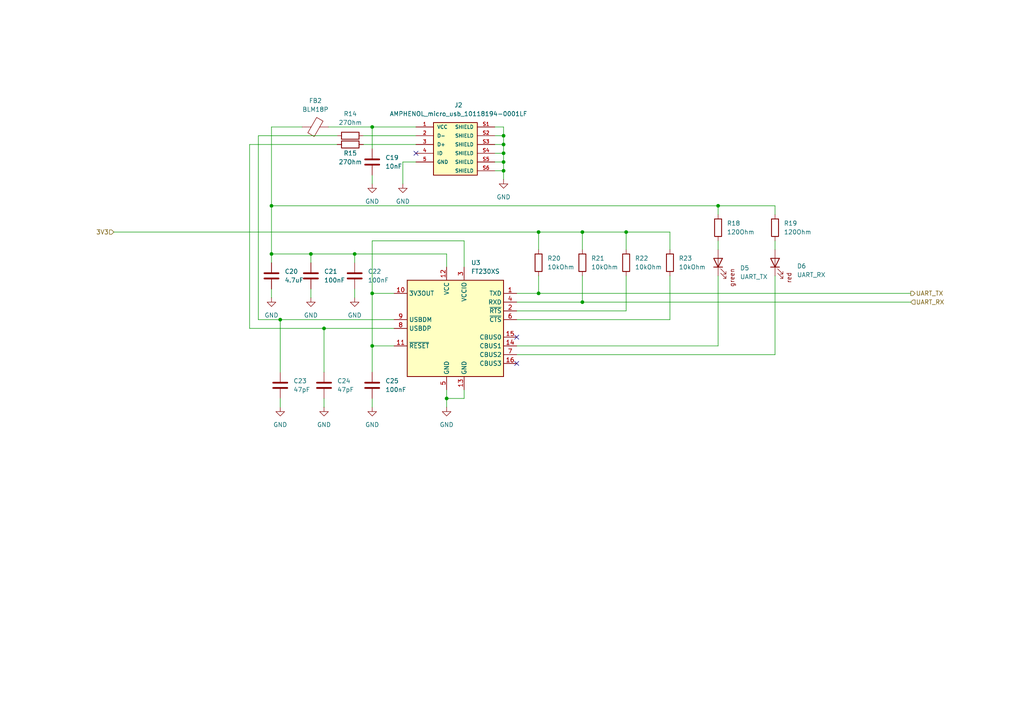
<source format=kicad_sch>
(kicad_sch (version 20231120) (generator "eeschema") (generator_version "8.0")
  (paper "A4")
  (lib_symbols
    (symbol "benediktibk:AMPHENOL_micro_usb_10118194-0001LF" (pin_names (offset 1.016))
      (property "Reference" "J" (at -5.08 10.668 0))
      (property "Value" "AMPHENOL_micro_usb_10118194-0001LF" (at -6.35 -8.89 0))
      (symbol "AMPHENOL_micro_usb_10118194-0001LF_0_0"
        (rectangle (start -6.35 10.16) (end 6.35 -5.08) (stroke (width 0.254)) (fill (type background)))
        (pin passive line (at -11.43 8.89 0) (length 5.08) (name "VCC") (number "1"))
        (pin passive line (at -11.43 6.35 0) (length 5.08) (name "D-") (number "2"))
        (pin passive line (at -11.43 3.81 0) (length 5.08) (name "D+") (number "3"))
        (pin passive line (at -11.43 1.27 0) (length 5.08) (name "ID") (number "4"))
        (pin passive line (at -11.43 -1.27 0) (length 5.08) (name "GND") (number "5"))
        (pin passive line (at 11.43 8.89 180) (length 5.08) (name "SHIELD") (number "S1"))
        (pin passive line (at 11.43 6.35 180) (length 5.08) (name "SHIELD") (number "S2"))
        (pin passive line (at 11.43 3.81 180) (length 5.08) (name "SHIELD") (number "S3"))
        (pin passive line (at 11.43 1.27 180) (length 5.08) (name "SHIELD") (number "S4"))
        (pin passive line (at 11.43 -1.27 180) (length 5.08) (name "SHIELD") (number "S5"))
        (pin passive line (at 11.43 -3.81 180) (length 5.08) (name "SHIELD") (number "S6"))
      )
    )
    (symbol "benediktibk:BLM18P" (pin_numbers hide) (pin_names (offset 0))
      (property "Reference" "FB" (at -3.81 0.635 90))
      (property "Value" "BLM18P" (at 3.81 0 90))
      (symbol "BLM18P_0_1"
        (polyline (pts (xy 0 -1.27) (xy 0 -1.2192)))
        (polyline (pts (xy 0 1.27) (xy 0 1.2954)))
        (polyline (pts (xy -2.7686 0.4064) (xy -1.7018 2.2606) (xy 2.7686 -0.3048) (xy 1.6764 -2.159) (xy -2.7686 0.4064)))
      )
      (symbol "BLM18P_1_1"
        (pin passive line (at 0 3.81 270) (length 2.54) (name "~") (number "1"))
        (pin passive line (at 0 -3.81 90) (length 2.54) (name "~") (number "2"))
      )
    )
    (symbol "benediktibk:C_100nF_SMD_0603_50V" (pin_numbers hide) (pin_names (offset 0.254))
      (property "Reference" "C" (at 0.635 2.54 0))
      (property "Value" "C_100nF_SMD_0603_50V" (at 0.635 -2.54 0))
      (symbol "C_100nF_SMD_0603_50V_0_1"
        (polyline (pts (xy -2.032 -0.762) (xy 2.032 -0.762)) (stroke (width 0.508)))
        (polyline (pts (xy -2.032 0.762) (xy 2.032 0.762)) (stroke (width 0.508)))
      )
      (symbol "C_100nF_SMD_0603_50V_1_1"
        (pin passive line (at 0 3.81 270) (length 2.794) (name "~") (number "1"))
        (pin passive line (at 0 -3.81 90) (length 2.794) (name "~") (number "2"))
      )
    )
    (symbol "benediktibk:C_10nF_SMD_0603_50V_20%" (pin_numbers hide) (pin_names (offset 0.254))
      (property "Reference" "C" (at 0.635 2.54 0))
      (property "Value" "C_10nF_SMD_0603_50V_20%" (at 0.635 -2.54 0))
      (symbol "C_10nF_SMD_0603_50V_20%_0_1"
        (polyline (pts (xy -2.032 -0.762) (xy 2.032 -0.762)) (stroke (width 0.508)))
        (polyline (pts (xy -2.032 0.762) (xy 2.032 0.762)) (stroke (width 0.508)))
      )
      (symbol "C_10nF_SMD_0603_50V_20%_1_1"
        (pin passive line (at 0 3.81 270) (length 2.794) (name "~") (number "1"))
        (pin passive line (at 0 -3.81 90) (length 2.794) (name "~") (number "2"))
      )
    )
    (symbol "benediktibk:C_47pF_SMD_0603_100V_5%" (pin_numbers hide) (pin_names (offset 0.254))
      (property "Reference" "C" (at 0.635 2.54 0))
      (property "Value" "C_47pF_SMD_0603_100V_5%" (at 0.635 -2.54 0))
      (symbol "C_47pF_SMD_0603_100V_5%_0_1"
        (polyline (pts (xy -2.032 -0.762) (xy 2.032 -0.762)) (stroke (width 0.508)))
        (polyline (pts (xy -2.032 0.762) (xy 2.032 0.762)) (stroke (width 0.508)))
      )
      (symbol "C_47pF_SMD_0603_100V_5%_1_1"
        (pin passive line (at 0 3.81 270) (length 2.794) (name "~") (number "1"))
        (pin passive line (at 0 -3.81 90) (length 2.794) (name "~") (number "2"))
      )
    )
    (symbol "benediktibk:C_4_7uF_SMD_0805_50V_10%" (pin_numbers hide) (pin_names (offset 0.254))
      (property "Reference" "C" (at 0.635 2.54 0))
      (property "Value" "C_4_7uF_SMD_0805_50V_10%" (at 0.635 -2.54 0))
      (symbol "C_4_7uF_SMD_0805_50V_10%_0_1"
        (polyline (pts (xy -2.032 -0.762) (xy 2.032 -0.762)) (stroke (width 0.508)))
        (polyline (pts (xy -2.032 0.762) (xy 2.032 0.762)) (stroke (width 0.508)))
      )
      (symbol "C_4_7uF_SMD_0805_50V_10%_1_1"
        (pin passive line (at 0 3.81 270) (length 2.794) (name "~") (number "1"))
        (pin passive line (at 0 -3.81 90) (length 2.794) (name "~") (number "2"))
      )
    )
    (symbol "benediktibk:FT230XS"
      (property "Reference" "U" (at -13.97 15.24 0))
      (property "Value" "FT230XS" (at 7.62 15.24 0))
      (symbol "FT230XS_0_1"
        (rectangle (start -13.97 13.97) (end 13.97 -13.97) (stroke (width 0.254)) (fill (type background)))
      )
      (symbol "FT230XS_1_1"
        (pin output line (at 17.78 10.16 180) (length 3.81) (name "TXD") (number "1"))
        (pin power_out line (at -17.78 10.16 0) (length 3.81) (name "3V3OUT") (number "10"))
        (pin input line (at -17.78 -5.08 0) (length 3.81) (name "~{RESET}") (number "11"))
        (pin power_in line (at -2.54 17.78 270) (length 3.81) (name "VCC") (number "12"))
        (pin power_in line (at 2.54 -17.78 90) (length 3.81) (name "GND") (number "13"))
        (pin bidirectional line (at 17.78 -5.08 180) (length 3.81) (name "CBUS1") (number "14"))
        (pin bidirectional line (at 17.78 -2.54 180) (length 3.81) (name "CBUS0") (number "15"))
        (pin bidirectional line (at 17.78 -10.16 180) (length 3.81) (name "CBUS3") (number "16"))
        (pin output line (at 17.78 5.08 180) (length 3.81) (name "~{RTS}") (number "2"))
        (pin power_in line (at 2.54 17.78 270) (length 3.81) (name "VCCIO") (number "3"))
        (pin input line (at 17.78 7.62 180) (length 3.81) (name "RXD") (number "4"))
        (pin power_in line (at -2.54 -17.78 90) (length 3.81) (name "GND") (number "5"))
        (pin input line (at 17.78 2.54 180) (length 3.81) (name "~{CTS}") (number "6"))
        (pin bidirectional line (at 17.78 -7.62 180) (length 3.81) (name "CBUS2") (number "7"))
        (pin bidirectional line (at -17.78 0 0) (length 3.81) (name "USBDP") (number "8"))
        (pin bidirectional line (at -17.78 2.54 0) (length 3.81) (name "USBDM") (number "9"))
      )
    )
    (symbol "benediktibk:LED_green_0603" (pin_numbers hide) (pin_names (offset 1.016) hide)
      (property "Reference" "D" (at 0 2.54 0))
      (property "Value" "LED_green_0603" (at 0 -2.54 0))
      (symbol "LED_green_0603_0_0"
        (text "green" (at -4.318 -4.064 0) (effects (font (size 1.27 1.27))))
      )
      (symbol "LED_green_0603_0_1"
        (polyline (pts (xy -1.27 -1.27) (xy -1.27 1.27)) (stroke (width 0.254)))
        (polyline (pts (xy -1.27 0) (xy 1.27 0)))
        (polyline (pts (xy 1.27 -1.27) (xy 1.27 1.27) (xy -1.27 0) (xy 1.27 -1.27)) (stroke (width 0.254)))
        (polyline (pts (xy -3.048 -0.762) (xy -4.572 -2.286) (xy -3.81 -2.286) (xy -4.572 -2.286) (xy -4.572 -1.524)))
        (polyline (pts (xy -1.778 -0.762) (xy -3.302 -2.286) (xy -2.54 -2.286) (xy -3.302 -2.286) (xy -3.302 -1.524)))
      )
      (symbol "LED_green_0603_1_1"
        (pin passive line (at -3.81 0 0) (length 2.54) (name "K") (number "1"))
        (pin passive line (at 3.81 0 180) (length 2.54) (name "A") (number "2"))
      )
    )
    (symbol "benediktibk:LED_red_0603" (pin_numbers hide) (pin_names (offset 1.016) hide)
      (property "Reference" "D" (at 0 2.54 0))
      (property "Value" "LED_red_0603" (at 0 -2.54 0))
      (symbol "LED_red_0603_0_0"
        (text "red" (at -4.318 -4.064 0) (effects (font (size 1.27 1.27))))
      )
      (symbol "LED_red_0603_0_1"
        (polyline (pts (xy -1.27 -1.27) (xy -1.27 1.27)) (stroke (width 0.254)))
        (polyline (pts (xy -1.27 0) (xy 1.27 0)))
        (polyline (pts (xy 1.27 -1.27) (xy 1.27 1.27) (xy -1.27 0) (xy 1.27 -1.27)) (stroke (width 0.254)))
        (polyline (pts (xy -3.048 -0.762) (xy -4.572 -2.286) (xy -3.81 -2.286) (xy -4.572 -2.286) (xy -4.572 -1.524)))
        (polyline (pts (xy -1.778 -0.762) (xy -3.302 -2.286) (xy -2.54 -2.286) (xy -3.302 -2.286) (xy -3.302 -1.524)))
      )
      (symbol "LED_red_0603_1_1"
        (pin passive line (at -3.81 0 0) (length 2.54) (name "K") (number "1"))
        (pin passive line (at 3.81 0 180) (length 2.54) (name "A") (number "2"))
      )
    )
    (symbol "benediktibk:R_10kOhm_SMD_0603_100mW_1%" (pin_numbers hide) (pin_names (offset 0))
      (property "Reference" "R" (at 2.032 0 90))
      (property "Value" "R_10kOhm_SMD_0603_100mW_1%" (at -5.588 -1.016 90))
      (symbol "R_10kOhm_SMD_0603_100mW_1%_0_1"
        (rectangle (start -1.016 -2.54) (end 1.016 2.54) (stroke (width 0.254)))
      )
      (symbol "R_10kOhm_SMD_0603_100mW_1%_1_1"
        (pin passive line (at 0 3.81 270) (length 1.27) (name "~") (number "1"))
        (pin passive line (at 0 -3.81 90) (length 1.27) (name "~") (number "2"))
      )
    )
    (symbol "benediktibk:R_120Ohm_SMD_0603_100mW_1%" (pin_numbers hide) (pin_names (offset 0))
      (property "Reference" "R" (at 2.032 0 90))
      (property "Value" "R_120Ohm_SMD_0603_100mW_1%" (at -5.588 -1.016 90))
      (symbol "R_120Ohm_SMD_0603_100mW_1%_0_1"
        (rectangle (start -1.016 -2.54) (end 1.016 2.54) (stroke (width 0.254)))
      )
      (symbol "R_120Ohm_SMD_0603_100mW_1%_1_1"
        (pin passive line (at 0 3.81 270) (length 1.27) (name "~") (number "1"))
        (pin passive line (at 0 -3.81 90) (length 1.27) (name "~") (number "2"))
      )
    )
    (symbol "benediktibk:R_27Ohm_SMD_0603_100mW_1%" (pin_numbers hide) (pin_names (offset 0))
      (property "Reference" "R" (at 2.032 0 90))
      (property "Value" "R_27Ohm_SMD_0603_100mW_1%" (at -5.588 -1.016 90))
      (symbol "R_27Ohm_SMD_0603_100mW_1%_0_1"
        (rectangle (start -1.016 -2.54) (end 1.016 2.54) (stroke (width 0.254)))
      )
      (symbol "R_27Ohm_SMD_0603_100mW_1%_1_1"
        (pin passive line (at 0 3.81 270) (length 1.27) (name "~") (number "1"))
        (pin passive line (at 0 -3.81 90) (length 1.27) (name "~") (number "2"))
      )
    )
    (symbol "power:GND" (power) (pin_numbers hide) (pin_names (offset 0) hide)
      (property "Value" "GND" (at 0 -3.81 0))
      (symbol "GND_0_1"
        (polyline (pts (xy 0 0) (xy 0 -1.27) (xy 1.27 -1.27) (xy 0 -2.54) (xy -1.27 -1.27) (xy 0 -1.27)))
      )
      (symbol "GND_1_1"
        (pin power_in line (at 0 0 270) (length 0) (name "~") (number "1"))
      )
    )
  )
  (junction (at 81.28 92.71))
  (junction (at 208.28 59.69))
  (junction (at 146.05 41.91))
  (junction (at 146.05 46.99))
  (junction (at 146.05 44.45))
  (junction (at 156.21 85.09))
  (junction (at 78.74 73.66))
  (junction (at 107.95 100.33))
  (junction (at 93.98 95.25))
  (junction (at 181.61 67.31))
  (junction (at 168.91 67.31))
  (junction (at 129.54 115.57))
  (junction (at 107.95 36.83))
  (junction (at 146.05 39.37))
  (junction (at 156.21 67.31))
  (junction (at 78.74 59.69))
  (junction (at 107.95 85.09))
  (junction (at 168.91 87.63))
  (junction (at 102.87 73.66))
  (junction (at 90.17 73.66))
  (junction (at 146.05 49.53))
  (no_connect (at 149.86 97.79))
  (no_connect (at 149.86 105.41))
  (no_connect (at 120.65 44.45))
  (wire (pts (xy 264.16 87.63) (xy 168.91 87.63)))
  (wire (pts (xy 168.91 72.39) (xy 168.91 67.31)))
  (wire (pts (xy 168.91 67.31) (xy 181.61 67.31)))
  (wire (pts (xy 107.95 36.83) (xy 120.65 36.83)))
  (wire (pts (xy 33.02 67.31) (xy 156.21 67.31)))
  (wire (pts (xy 146.05 52.07) (xy 146.05 49.53)))
  (wire (pts (xy 224.79 102.87) (xy 149.86 102.87)))
  (wire (pts (xy 194.31 80.01) (xy 194.31 92.71)))
  (wire (pts (xy 107.95 36.83) (xy 107.95 43.18)))
  (wire (pts (xy 143.51 46.99) (xy 146.05 46.99)))
  (wire (pts (xy 72.39 95.25) (xy 93.98 95.25)))
  (wire (pts (xy 90.17 73.66) (xy 102.87 73.66)))
  (wire (pts (xy 129.54 73.66) (xy 129.54 77.47)))
  (wire (pts (xy 181.61 90.17) (xy 149.86 90.17)))
  (wire (pts (xy 107.95 50.8) (xy 107.95 53.34)))
  (wire (pts (xy 93.98 115.57) (xy 93.98 118.11)))
  (wire (pts (xy 74.93 92.71) (xy 74.93 39.37)))
  (wire (pts (xy 208.28 59.69) (xy 224.79 59.69)))
  (wire (pts (xy 102.87 73.66) (xy 102.87 76.2)))
  (wire (pts (xy 149.86 85.09) (xy 156.21 85.09)))
  (wire (pts (xy 194.31 92.71) (xy 149.86 92.71)))
  (wire (pts (xy 107.95 115.57) (xy 107.95 118.11)))
  (wire (pts (xy 208.28 59.69) (xy 208.28 62.23)))
  (wire (pts (xy 149.86 87.63) (xy 168.91 87.63)))
  (wire (pts (xy 143.51 49.53) (xy 146.05 49.53)))
  (wire (pts (xy 107.95 85.09) (xy 114.3 85.09)))
  (wire (pts (xy 146.05 41.91) (xy 146.05 39.37)))
  (wire (pts (xy 74.93 39.37) (xy 97.79 39.37)))
  (wire (pts (xy 134.62 77.47) (xy 134.62 69.85)))
  (wire (pts (xy 78.74 36.83) (xy 78.74 59.69)))
  (wire (pts (xy 129.54 115.57) (xy 129.54 118.11)))
  (wire (pts (xy 114.3 92.71) (xy 81.28 92.71)))
  (wire (pts (xy 181.61 67.31) (xy 181.61 72.39)))
  (wire (pts (xy 143.51 44.45) (xy 146.05 44.45)))
  (wire (pts (xy 72.39 41.91) (xy 72.39 95.25)))
  (wire (pts (xy 146.05 39.37) (xy 146.05 36.83)))
  (wire (pts (xy 78.74 36.83) (xy 87.63 36.83)))
  (wire (pts (xy 194.31 67.31) (xy 181.61 67.31)))
  (wire (pts (xy 146.05 36.83) (xy 143.51 36.83)))
  (wire (pts (xy 107.95 85.09) (xy 107.95 100.33)))
  (wire (pts (xy 156.21 80.01) (xy 156.21 85.09)))
  (wire (pts (xy 208.28 80.01) (xy 208.28 100.33)))
  (wire (pts (xy 78.74 59.69) (xy 208.28 59.69)))
  (wire (pts (xy 208.28 69.85) (xy 208.28 72.39)))
  (wire (pts (xy 146.05 46.99) (xy 146.05 44.45)))
  (wire (pts (xy 224.79 69.85) (xy 224.79 72.39)))
  (wire (pts (xy 156.21 72.39) (xy 156.21 67.31)))
  (wire (pts (xy 194.31 72.39) (xy 194.31 67.31)))
  (wire (pts (xy 146.05 49.53) (xy 146.05 46.99)))
  (wire (pts (xy 78.74 73.66) (xy 78.74 76.2)))
  (wire (pts (xy 97.79 41.91) (xy 72.39 41.91)))
  (wire (pts (xy 107.95 100.33) (xy 114.3 100.33)))
  (wire (pts (xy 129.54 115.57) (xy 134.62 115.57)))
  (wire (pts (xy 143.51 41.91) (xy 146.05 41.91)))
  (wire (pts (xy 156.21 67.31) (xy 168.91 67.31)))
  (wire (pts (xy 208.28 100.33) (xy 149.86 100.33)))
  (wire (pts (xy 224.79 80.01) (xy 224.79 102.87)))
  (wire (pts (xy 90.17 83.82) (xy 90.17 86.36)))
  (wire (pts (xy 81.28 92.71) (xy 74.93 92.71)))
  (wire (pts (xy 81.28 115.57) (xy 81.28 118.11)))
  (wire (pts (xy 168.91 80.01) (xy 168.91 87.63)))
  (wire (pts (xy 95.25 36.83) (xy 107.95 36.83)))
  (wire (pts (xy 102.87 73.66) (xy 129.54 73.66)))
  (wire (pts (xy 224.79 62.23) (xy 224.79 59.69)))
  (wire (pts (xy 102.87 83.82) (xy 102.87 86.36)))
  (wire (pts (xy 181.61 80.01) (xy 181.61 90.17)))
  (wire (pts (xy 116.84 46.99) (xy 120.65 46.99)))
  (wire (pts (xy 78.74 73.66) (xy 90.17 73.66)))
  (wire (pts (xy 81.28 92.71) (xy 81.28 107.95)))
  (wire (pts (xy 107.95 100.33) (xy 107.95 107.95)))
  (wire (pts (xy 134.62 113.03) (xy 134.62 115.57)))
  (wire (pts (xy 116.84 53.34) (xy 116.84 46.99)))
  (wire (pts (xy 143.51 39.37) (xy 146.05 39.37)))
  (wire (pts (xy 90.17 73.66) (xy 90.17 76.2)))
  (wire (pts (xy 78.74 83.82) (xy 78.74 86.36)))
  (wire (pts (xy 146.05 44.45) (xy 146.05 41.91)))
  (wire (pts (xy 156.21 85.09) (xy 264.16 85.09)))
  (wire (pts (xy 78.74 59.69) (xy 78.74 73.66)))
  (wire (pts (xy 107.95 69.85) (xy 107.95 85.09)))
  (wire (pts (xy 134.62 69.85) (xy 107.95 69.85)))
  (wire (pts (xy 105.41 41.91) (xy 120.65 41.91)))
  (wire (pts (xy 129.54 113.03) (xy 129.54 115.57)))
  (wire (pts (xy 93.98 107.95) (xy 93.98 95.25)))
  (wire (pts (xy 105.41 39.37) (xy 120.65 39.37)))
  (wire (pts (xy 93.98 95.25) (xy 114.3 95.25)))
  (hierarchical_label "3V3" (shape input) (at 33.02 67.31 180))
  (hierarchical_label "UART_TX" (shape output) (at 264.16 85.09 0))
  (hierarchical_label "UART_RX" (shape input) (at 264.16 87.63 0))
  (symbol (lib_id "benediktibk:BLM18P") (at 91.44 36.83 270) (unit 1)
    (property "Reference" "FB2" (at 91.4908 29.21 90))
    (property "Value" "BLM18P" (at 91.4908 31.75 90))
    (property "Footprint" "benediktibk:R_0603_1608Metric_Pad0.98x0.95mm_HandSolder" (effects (hide yes)))
    (property "Description" "Ferrite bead" (effects (hide yes)))
    (property "RS order number" "724-1403" (effects (hide yes)))
    (property "Mouser Part Number" "81-BLM11P300S" (effects (hide yes)))
  )
  (symbol (lib_id "power:GND") (at 102.87 86.36 0) (unit 1)
    (property "Reference" "#PWR32" (effects (hide yes)))
    (property "Value" "GND" (at 102.87 91.44 0))
    (property "Description" "Power symbol creates a global label with name \"GND\" , ground" (effects (hide yes)))
  )
  (symbol (lib_id "benediktibk:AMPHENOL_micro_usb_10118194-0001LF") (at 132.08 45.72 0) (unit 1)
    (property "Reference" "J2" (at 132.969 30.48 0))
    (property "Value" "AMPHENOL_micro_usb_10118194-0001LF" (at 132.969 33.02 0))
    (property "Footprint" "benediktibk:AMPHENOL_10118194-0001LF" (effects (hide yes)))
    (property "RS order number" "137-0996" (effects (hide yes)))
    (property "Mouser Part Number" "649-10118194-0001LF" (effects (hide yes)))
  )
  (symbol (lib_id "benediktibk:LED_red_0603") (at 224.79 76.2 90) (unit 1)
    (property "Reference" "D6" (at 231.14 77.186 90) (effects (justify right)))
    (property "Value" "UART_RX" (at 231.14 79.726 90) (effects (justify right)))
    (property "Footprint" "benediktibk:D_0603_1608Metric_Pad1.05x0.95mm_HandSolder" (effects (hide yes)))
    (property "Description" "Light emitting diode" (effects (hide yes)))
    (property "RS order number" "861-0090" (effects (hide yes)))
    (property "Mouser Part Number" "859-LTST-C190KDKT10A" (effects (hide yes)))
  )
  (symbol (lib_id "power:GND") (at 107.95 53.34 0) (unit 1)
    (property "Reference" "#PWR28" (effects (hide yes)))
    (property "Value" "GND" (at 107.95 58.42 0))
    (property "Description" "Power symbol creates a global label with name \"GND\" , ground" (effects (hide yes)))
  )
  (symbol (lib_id "benediktibk:FT230XS") (at 132.08 95.25 0) (unit 1)
    (property "Reference" "U3" (at 136.6394 76.2 0) (effects (justify left)))
    (property "Value" "FT230XS" (at 136.6394 78.74 0) (effects (justify left)))
    (property "Footprint" "benediktibk:SSOP-16_3.9x4.9mm_P0.635mm" (effects (hide yes)))
    (property "Datasheet" "https://www.ftdichip.com/Support/Documents/DataSheets/ICs/DS_FT230X.pdf" (effects (hide yes)))
    (property "Description" "Full Speed USB to Basic UART, SSOP-16" (effects (hide yes)))
    (property "RS order number" "757-0010" (effects (hide yes)))
    (property "Mouser Part Number" "895-FT230XS-R" (effects (hide yes)))
  )
  (symbol (lib_id "power:GND") (at 93.98 118.11 0) (unit 1)
    (property "Reference" "#PWR34" (effects (hide yes)))
    (property "Value" "GND" (at 93.98 123.19 0))
    (property "Description" "Power symbol creates a global label with name \"GND\" , ground" (effects (hide yes)))
  )
  (symbol (lib_id "benediktibk:LED_green_0603") (at 208.28 76.2 90) (unit 1)
    (property "Reference" "D5" (at 214.63 77.7454 90) (effects (justify right)))
    (property "Value" "UART_TX" (at 214.63 80.2854 90) (effects (justify right)))
    (property "Footprint" "benediktibk:D_0603_1608Metric_Pad1.05x0.95mm_HandSolder" (effects (hide yes)))
    (property "Description" "Light emitting diode" (effects (hide yes)))
    (property "RS order number" "466-3706" (effects (hide yes)))
    (property "Mouser Part Number" "604-AP1608SGC" (effects (hide yes)))
  )
  (symbol (lib_id "benediktibk:R_27Ohm_SMD_0603_100mW_1%") (at 101.6 41.91 90) (unit 1)
    (property "Reference" "R15" (at 101.6 44.45 90))
    (property "Value" "27Ohm" (at 101.6 46.99 90))
    (property "Footprint" "benediktibk:R_0603_1608Metric_Pad0.98x0.95mm_HandSolder" (effects (hide yes)))
    (property "Description" "Resistor" (effects (hide yes)))
    (property "RS order number" "213-2058" (effects (hide yes)))
    (property "Mouser Part Number" "603-RC0603FR-0727RL" (effects (hide yes)))
  )
  (symbol (lib_id "power:GND") (at 90.17 86.36 0) (unit 1)
    (property "Reference" "#PWR31" (effects (hide yes)))
    (property "Value" "GND" (at 90.17 91.44 0))
    (property "Description" "Power symbol creates a global label with name \"GND\" , ground" (effects (hide yes)))
  )
  (symbol (lib_id "power:GND") (at 146.05 52.07 0) (unit 1)
    (property "Reference" "#PWR27" (effects (hide yes)))
    (property "Value" "GND" (at 146.05 57.15 0))
    (property "Description" "Power symbol creates a global label with name \"GND\" , ground" (effects (hide yes)))
  )
  (symbol (lib_id "benediktibk:R_120Ohm_SMD_0603_100mW_1%") (at 224.79 66.04 0) (unit 1)
    (property "Reference" "R19" (at 227.33 64.7699 0) (effects (justify left)))
    (property "Value" "120Ohm" (at 227.33 67.3099 0) (effects (justify left)))
    (property "Footprint" "benediktibk:R_0603_1608Metric_Pad0.98x0.95mm_HandSolder" (effects (hide yes)))
    (property "Description" "Resistor" (effects (hide yes)))
    (property "RS order number" "199-5452" (effects (hide yes)))
    (property "Mouser Part Number" "603-RC0603FR-07120RL" (effects (hide yes)))
  )
  (symbol (lib_id "benediktibk:R_10kOhm_SMD_0603_100mW_1%") (at 156.21 76.2 0) (unit 1)
    (property "Reference" "R20" (at 158.75 74.9299 0) (effects (justify left)))
    (property "Value" "10kOhm" (at 158.75 77.4699 0) (effects (justify left)))
    (property "Footprint" "benediktibk:R_0603_1608Metric_Pad0.98x0.95mm_HandSolder" (effects (hide yes)))
    (property "Description" "Resistor" (effects (hide yes)))
    (property "RS order number" "125-1173" (effects (hide yes)))
    (property "Mouser Part Number" "652-CR0603FX-1002ELF" (effects (hide yes)))
  )
  (symbol (lib_id "benediktibk:C_47pF_SMD_0603_100V_5%") (at 93.98 111.76 0) (unit 1)
    (property "Reference" "C24" (at 97.79 110.4899 0) (effects (justify left)))
    (property "Value" "47pF" (at 97.79 113.0299 0) (effects (justify left)))
    (property "Footprint" "benediktibk:C_0603_1608Metric_Pad1.08x0.95mm_HandSolder" (effects (hide yes)))
    (property "Description" "Unpolarized capacitor" (effects (hide yes)))
    (property "RS order number" "135-6508" (effects (hide yes)))
    (property "Mouser Part Number" "791-0603N470J101CT" (effects (hide yes)))
  )
  (symbol (lib_id "benediktibk:R_10kOhm_SMD_0603_100mW_1%") (at 168.91 76.2 0) (unit 1)
    (property "Reference" "R21" (at 171.45 74.9299 0) (effects (justify left)))
    (property "Value" "10kOhm" (at 171.45 77.4699 0) (effects (justify left)))
    (property "Footprint" "benediktibk:R_0603_1608Metric_Pad0.98x0.95mm_HandSolder" (effects (hide yes)))
    (property "Description" "Resistor" (effects (hide yes)))
    (property "RS order number" "125-1173" (effects (hide yes)))
    (property "Mouser Part Number" "652-CR0603FX-1002ELF" (effects (hide yes)))
  )
  (symbol (lib_id "benediktibk:C_4_7uF_SMD_0805_50V_10%") (at 78.74 80.01 0) (unit 1)
    (property "Reference" "C20" (at 82.55 78.7399 0) (effects (justify left)))
    (property "Value" "4.7uF" (at 82.55 81.2799 0) (effects (justify left)))
    (property "Footprint" "benediktibk:C_0805_2012Metric_Pad1.18x1.45mm_HandSolder" (effects (hide yes)))
    (property "Description" "Unpolarized capacitor" (effects (hide yes)))
    (property "RS order number" "113-8707" (effects (hide yes)))
    (property "Mouser Part Number" "187-CL21A475KBQNNNE" (effects (hide yes)))
  )
  (symbol (lib_id "benediktibk:R_27Ohm_SMD_0603_100mW_1%") (at 101.6 39.37 90) (unit 1)
    (property "Reference" "R14" (at 101.6 33.02 90))
    (property "Value" "27Ohm" (at 101.6 35.56 90))
    (property "Footprint" "benediktibk:R_0603_1608Metric_Pad0.98x0.95mm_HandSolder" (effects (hide yes)))
    (property "Description" "Resistor" (effects (hide yes)))
    (property "RS order number" "213-2058" (effects (hide yes)))
    (property "Mouser Part Number" "603-RC0603FR-0727RL" (effects (hide yes)))
  )
  (symbol (lib_id "benediktibk:C_47pF_SMD_0603_100V_5%") (at 81.28 111.76 0) (unit 1)
    (property "Reference" "C23" (at 85.09 110.4899 0) (effects (justify left)))
    (property "Value" "47pF" (at 85.09 113.0299 0) (effects (justify left)))
    (property "Footprint" "benediktibk:C_0603_1608Metric_Pad1.08x0.95mm_HandSolder" (effects (hide yes)))
    (property "Description" "Unpolarized capacitor" (effects (hide yes)))
    (property "RS order number" "135-6508" (effects (hide yes)))
    (property "Mouser Part Number" "791-0603N470J101CT" (effects (hide yes)))
  )
  (symbol (lib_id "benediktibk:C_100nF_SMD_0603_50V") (at 90.17 80.01 0) (unit 1)
    (property "Reference" "C21" (at 93.98 78.7399 0) (effects (justify left)))
    (property "Value" "100nF" (at 93.98 81.2799 0) (effects (justify left)))
    (property "Footprint" "benediktibk:C_0603_1608Metric_Pad1.08x0.95mm_HandSolder" (effects (hide yes)))
    (property "Description" "Unpolarized capacitor" (effects (hide yes)))
    (property "RS order number" "242-7372" (effects (hide yes)))
    (property "Mouser Part Number" "581-KGM15BR71H104KM" (effects (hide yes)))
  )
  (symbol (lib_id "power:GND") (at 116.84 53.34 0) (unit 1)
    (property "Reference" "#PWR29" (effects (hide yes)))
    (property "Value" "GND" (at 116.84 58.42 0))
    (property "Description" "Power symbol creates a global label with name \"GND\" , ground" (effects (hide yes)))
  )
  (symbol (lib_id "power:GND") (at 81.28 118.11 0) (unit 1)
    (property "Reference" "#PWR33" (effects (hide yes)))
    (property "Value" "GND" (at 81.28 123.19 0))
    (property "Description" "Power symbol creates a global label with name \"GND\" , ground" (effects (hide yes)))
  )
  (symbol (lib_id "benediktibk:R_10kOhm_SMD_0603_100mW_1%") (at 194.31 76.2 0) (unit 1)
    (property "Reference" "R23" (at 196.85 74.9299 0) (effects (justify left)))
    (property "Value" "10kOhm" (at 196.85 77.4699 0) (effects (justify left)))
    (property "Footprint" "benediktibk:R_0603_1608Metric_Pad0.98x0.95mm_HandSolder" (effects (hide yes)))
    (property "Description" "Resistor" (effects (hide yes)))
    (property "RS order number" "125-1173" (effects (hide yes)))
    (property "Mouser Part Number" "652-CR0603FX-1002ELF" (effects (hide yes)))
  )
  (symbol (lib_id "benediktibk:C_100nF_SMD_0603_50V") (at 102.87 80.01 0) (unit 1)
    (property "Reference" "C22" (at 106.68 78.7399 0) (effects (justify left)))
    (property "Value" "100nF" (at 106.68 81.2799 0) (effects (justify left)))
    (property "Footprint" "benediktibk:C_0603_1608Metric_Pad1.08x0.95mm_HandSolder" (effects (hide yes)))
    (property "Description" "Unpolarized capacitor" (effects (hide yes)))
    (property "RS order number" "242-7372" (effects (hide yes)))
    (property "Mouser Part Number" "581-KGM15BR71H104KM" (effects (hide yes)))
  )
  (symbol (lib_id "power:GND") (at 78.74 86.36 0) (unit 1)
    (property "Reference" "#PWR30" (effects (hide yes)))
    (property "Value" "GND" (at 78.74 91.44 0))
    (property "Description" "Power symbol creates a global label with name \"GND\" , ground" (effects (hide yes)))
  )
  (symbol (lib_id "power:GND") (at 129.54 118.11 0) (unit 1)
    (property "Reference" "#PWR36" (effects (hide yes)))
    (property "Value" "GND" (at 129.54 123.19 0))
    (property "Description" "Power symbol creates a global label with name \"GND\" , ground" (effects (hide yes)))
  )
  (symbol (lib_id "benediktibk:C_10nF_SMD_0603_50V_20%") (at 107.95 46.99 0) (unit 1)
    (property "Reference" "C19" (at 111.76 45.7199 0) (effects (justify left)))
    (property "Value" "10nF" (at 111.76 48.2599 0) (effects (justify left)))
    (property "Footprint" "benediktibk:C_0603_1608Metric_Pad1.08x0.95mm_HandSolder" (effects (hide yes)))
    (property "Description" "Unpolarized capacitor" (effects (hide yes)))
    (property "RS order number" "135-6315" (effects (hide yes)))
    (property "Mouser Part Number" "80-C0603C103M5R3121" (effects (hide yes)))
  )
  (symbol (lib_id "benediktibk:R_120Ohm_SMD_0603_100mW_1%") (at 208.28 66.04 0) (unit 1)
    (property "Reference" "R18" (at 210.82 64.7699 0) (effects (justify left)))
    (property "Value" "120Ohm" (at 210.82 67.3099 0) (effects (justify left)))
    (property "Footprint" "benediktibk:R_0603_1608Metric_Pad0.98x0.95mm_HandSolder" (effects (hide yes)))
    (property "Description" "Resistor" (effects (hide yes)))
    (property "RS order number" "199-5452" (effects (hide yes)))
    (property "Mouser Part Number" "603-RC0603FR-07120RL" (effects (hide yes)))
  )
  (symbol (lib_id "benediktibk:C_100nF_SMD_0603_50V") (at 107.95 111.76 0) (unit 1)
    (property "Reference" "C25" (at 111.76 110.4899 0) (effects (justify left)))
    (property "Value" "100nF" (at 111.76 113.0299 0) (effects (justify left)))
    (property "Footprint" "benediktibk:C_0603_1608Metric_Pad1.08x0.95mm_HandSolder" (effects (hide yes)))
    (property "Description" "Unpolarized capacitor" (effects (hide yes)))
    (property "RS order number" "242-7372" (effects (hide yes)))
    (property "Mouser Part Number" "581-KGM15BR71H104KM" (effects (hide yes)))
  )
  (symbol (lib_id "power:GND") (at 107.95 118.11 0) (unit 1)
    (property "Reference" "#PWR35" (effects (hide yes)))
    (property "Value" "GND" (at 107.95 123.19 0))
    (property "Description" "Power symbol creates a global label with name \"GND\" , ground" (effects (hide yes)))
  )
  (symbol (lib_id "benediktibk:R_10kOhm_SMD_0603_100mW_1%") (at 181.61 76.2 0) (unit 1)
    (property "Reference" "R22" (at 184.15 74.9299 0) (effects (justify left)))
    (property "Value" "10kOhm" (at 184.15 77.4699 0) (effects (justify left)))
    (property "Footprint" "benediktibk:R_0603_1608Metric_Pad0.98x0.95mm_HandSolder" (effects (hide yes)))
    (property "Description" "Resistor" (effects (hide yes)))
    (property "RS order number" "125-1173" (effects (hide yes)))
    (property "Mouser Part Number" "652-CR0603FX-1002ELF" (effects (hide yes)))
  )
)
</source>
